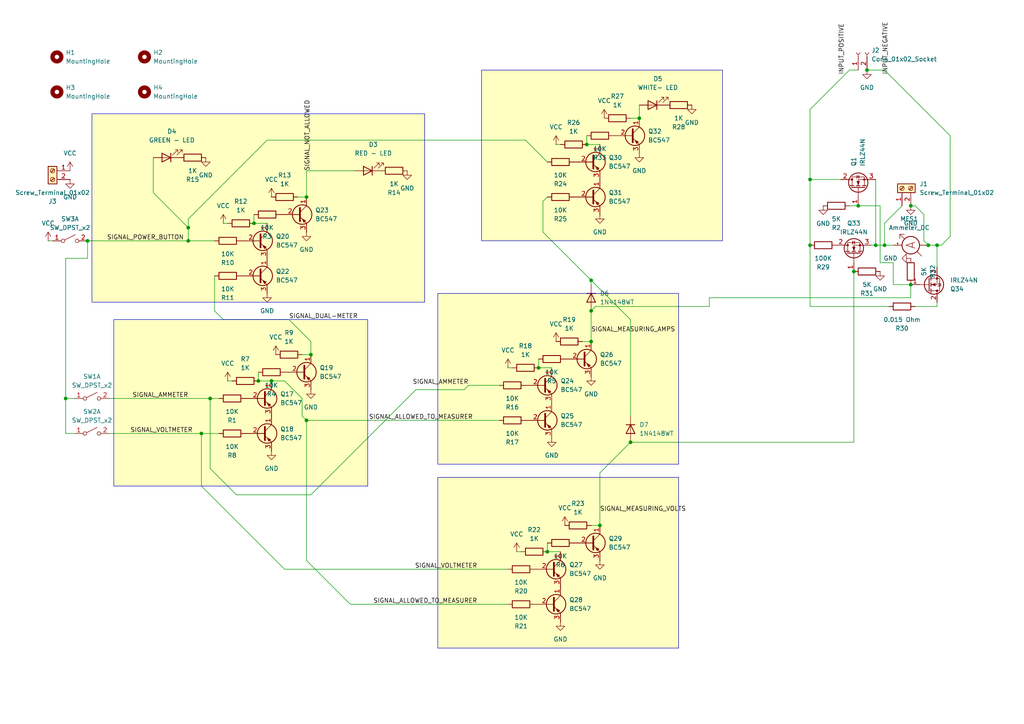
<source format=kicad_sch>
(kicad_sch (version 20231120) (generator "eeschema") (generator_version "8.0")
  (paper "A4")
  (lib_symbols
    (symbol "Connector:Conn_01x02_Socket" (pin_names (offset 1.016) hide)
      (property "Reference" "J" (at 0 2.54 0))
      (property "Value" "Conn_01x02_Socket" (at 0 -5.08 0))
      (symbol "Conn_01x02_Socket_1_1"
        (arc (start 0 -2.032) (mid -0.5058 -2.54) (end 0 -3.048) (stroke (width 0.1524)))
        (polyline (pts (xy -1.27 -2.54) (xy -0.508 -2.54)) (stroke (width 0.1524)))
        (polyline (pts (xy -1.27 0) (xy -0.508 0)) (stroke (width 0.1524)))
        (arc (start 0 0.508) (mid -0.5058 0) (end 0 -0.508) (stroke (width 0.1524)))
        (pin passive line (at -5.08 0 0) (length 3.81) (name "Pin_1") (number "1"))
        (pin passive line (at -5.08 -2.54 0) (length 3.81) (name "Pin_2") (number "2"))
      )
    )
    (symbol "Connector:Screw_Terminal_01x02" (pin_names (offset 1.016) hide)
      (property "Reference" "J" (at 0 2.54 0))
      (property "Value" "Screw_Terminal_01x02" (at 0 -5.08 0))
      (symbol "Screw_Terminal_01x02_1_1"
        (rectangle (start -1.27 1.27) (end 1.27 -3.81) (stroke (width 0.254)) (fill (type background)))
        (circle (center 0 -2.54) (radius 0.635) (stroke (width 0.1524)))
        (polyline (pts (xy -0.5334 -2.2098) (xy 0.3302 -3.048)) (stroke (width 0.1524)))
        (polyline (pts (xy -0.5334 0.3302) (xy 0.3302 -0.508)) (stroke (width 0.1524)))
        (polyline (pts (xy -0.3556 -2.032) (xy 0.508 -2.8702)) (stroke (width 0.1524)))
        (polyline (pts (xy -0.3556 0.508) (xy 0.508 -0.3302)) (stroke (width 0.1524)))
        (circle (center 0 0) (radius 0.635) (stroke (width 0.1524)))
        (pin passive line (at -5.08 0 0) (length 3.81) (name "Pin_1") (number "1"))
        (pin passive line (at -5.08 -2.54 0) (length 3.81) (name "Pin_2") (number "2"))
      )
    )
    (symbol "Device:Ammeter_DC" (pin_numbers hide) (pin_names (offset 0.0254) hide)
      (property "Reference" "MES" (at -3.302 1.016 0))
      (property "Value" "Ammeter_DC" (at -3.302 -0.762 0))
      (symbol "Ammeter_DC_0_0"
        (polyline (pts (xy -3.175 -3.175) (xy -1.905 -1.905)))
        (polyline (pts (xy 1.905 1.905) (xy 3.175 3.175)))
        (polyline (pts (xy 1.905 3.175) (xy 3.175 3.175) (xy 3.175 1.905)))
        (text "A" (at 0 0 0) (effects (font (size 2.54 2.54))))
      )
      (symbol "Ammeter_DC_0_1"
        (polyline (pts (xy 0.254 3.81) (xy 0.762 3.81)))
        (polyline (pts (xy 0.508 4.064) (xy 0.508 3.556)))
        (circle (center 0 0) (radius 2.54) (stroke (width 0.254)))
      )
      (symbol "Ammeter_DC_1_1"
        (pin passive line (at 0 -5.08 90) (length 2.54) (name "-") (number "1"))
        (pin passive line (at 0 5.08 270) (length 2.54) (name "+") (number "2"))
      )
    )
    (symbol "Device:LED" (pin_numbers hide) (pin_names (offset 1.016) hide)
      (property "Reference" "D" (at 0 2.54 0))
      (property "Value" "LED" (at 0 -2.54 0))
      (symbol "LED_0_1"
        (polyline (pts (xy -1.27 -1.27) (xy -1.27 1.27)) (stroke (width 0.254)))
        (polyline (pts (xy -1.27 0) (xy 1.27 0)))
        (polyline (pts (xy 1.27 -1.27) (xy 1.27 1.27) (xy -1.27 0) (xy 1.27 -1.27)) (stroke (width 0.254)))
        (polyline (pts (xy -3.048 -0.762) (xy -4.572 -2.286) (xy -3.81 -2.286) (xy -4.572 -2.286) (xy -4.572 -1.524)))
        (polyline (pts (xy -1.778 -0.762) (xy -3.302 -2.286) (xy -2.54 -2.286) (xy -3.302 -2.286) (xy -3.302 -1.524)))
      )
      (symbol "LED_1_1"
        (pin passive line (at -3.81 0 0) (length 2.54) (name "K") (number "1"))
        (pin passive line (at 3.81 0 180) (length 2.54) (name "A") (number "2"))
      )
    )
    (symbol "Device:R" (pin_numbers hide) (pin_names (offset 0))
      (property "Reference" "R" (at 16.256 -3.048 90))
      (property "Value" "4.7" (at 0 0 90))
      (symbol "R_0_1"
        (rectangle (start -1.016 -2.54) (end 1.016 2.54) (stroke (width 0.254)))
      )
      (symbol "R_1_1"
        (pin passive line (at 0 3.81 270) (length 1.27) (name "~") (number "1"))
        (pin passive line (at 0 -3.81 90) (length 1.27) (name "~") (number "2"))
      )
    )
    (symbol "Diode:1N4148WT" (pin_numbers hide) (pin_names hide)
      (property "Reference" "D" (at 0 2.54 0))
      (property "Value" "1N4148WT" (at 0 -2.54 0))
      (symbol "1N4148WT_0_1"
        (polyline (pts (xy -1.27 1.27) (xy -1.27 -1.27)) (stroke (width 0.254)))
        (polyline (pts (xy 1.27 0) (xy -1.27 0)))
        (polyline (pts (xy 1.27 1.27) (xy 1.27 -1.27) (xy -1.27 0) (xy 1.27 1.27)) (stroke (width 0.254)))
      )
      (symbol "1N4148WT_1_1"
        (pin passive line (at -3.81 0 0) (length 2.54) (name "K") (number "1"))
        (pin passive line (at 3.81 0 180) (length 2.54) (name "A") (number "2"))
      )
    )
    (symbol "Mechanical:MountingHole" (pin_names (offset 1.016)) (exclude_from_sim yes) (in_bom no)
      (property "Reference" "H" (at 0 5.08 0))
      (property "Value" "MountingHole" (at 0 3.175 0))
      (symbol "MountingHole_0_1"
        (circle (center 0 0) (radius 1.27) (stroke (width 1.27)))
      )
    )
    (symbol "Switch:SW_DPST_x2" (pin_names (offset 0) hide)
      (property "Reference" "SW" (at 0 3.175 0))
      (property "Value" "SW_DPST_x2" (at 0 -2.54 0))
      (symbol "SW_DPST_x2_0_0"
        (circle (center -2.032 0) (radius 0.508))
        (polyline (pts (xy -1.524 0.254) (xy 1.524 1.778)))
        (circle (center 2.032 0) (radius 0.508))
      )
      (symbol "SW_DPST_x2_1_1"
        (pin passive line (at -5.08 0 0) (length 2.54) (name "A") (number "1"))
        (pin passive line (at 5.08 0 180) (length 2.54) (name "B") (number "2"))
      )
      (symbol "SW_DPST_x2_2_1"
        (pin passive line (at -5.08 0 0) (length 2.54) (name "A") (number "3"))
        (pin passive line (at 5.08 0 180) (length 2.54) (name "B") (number "4"))
      )
    )
    (symbol "Transistor_BJT:BC557" (pin_names (offset 0) hide)
      (property "Reference" "Q" (at 5.08 1.905 0))
      (property "Value" "BC557" (at 5.08 0 0))
      (symbol "BC557_0_1"
        (polyline (pts (xy 0.635 0.635) (xy 2.54 2.54)))
        (polyline (pts (xy 0.635 -0.635) (xy 2.54 -2.54) (xy 2.54 -2.54)))
        (polyline (pts (xy 0.635 1.905) (xy 0.635 -1.905) (xy 0.635 -1.905)) (stroke (width 0.508)))
        (polyline (pts (xy 2.286 -1.778) (xy 1.778 -2.286) (xy 1.27 -1.27) (xy 2.286 -1.778) (xy 2.286 -1.778)) (fill (type outline)))
        (circle (center 1.27 0) (radius 2.8194) (stroke (width 0.254)))
      )
      (symbol "BC557_1_1"
        (pin passive line (at 2.54 5.08 270) (length 2.54) (name "C") (number "1"))
        (pin input line (at -5.08 0 0) (length 5.715) (name "B") (number "2"))
        (pin passive line (at 2.54 -5.08 90) (length 2.54) (name "E") (number "3"))
      )
    )
    (symbol "Transistor_FET:IRLZ44N" (pin_names hide)
      (property "Reference" "Q" (at 5.08 1.905 0))
      (property "Value" "IRLZ44N" (at 5.08 0 0))
      (symbol "IRLZ44N_0_1"
        (polyline (pts (xy 0.254 0) (xy -2.54 0)))
        (polyline (pts (xy 0.254 1.905) (xy 0.254 -1.905)) (stroke (width 0.254)))
        (polyline (pts (xy 0.762 -1.27) (xy 0.762 -2.286)) (stroke (width 0.254)))
        (polyline (pts (xy 0.762 0.508) (xy 0.762 -0.508)) (stroke (width 0.254)))
        (polyline (pts (xy 0.762 2.286) (xy 0.762 1.27)) (stroke (width 0.254)))
        (polyline (pts (xy 2.54 2.54) (xy 2.54 1.778)))
        (polyline (pts (xy 2.54 -2.54) (xy 2.54 0) (xy 0.762 0)))
        (polyline (pts (xy 0.762 -1.778) (xy 3.302 -1.778) (xy 3.302 1.778) (xy 0.762 1.778)))
        (polyline (pts (xy 1.016 0) (xy 2.032 0.381) (xy 2.032 -0.381) (xy 1.016 0)) (fill (type outline)))
        (polyline (pts (xy 2.794 0.508) (xy 2.921 0.381) (xy 3.683 0.381) (xy 3.81 0.254)))
        (polyline (pts (xy 3.302 0.381) (xy 2.921 -0.254) (xy 3.683 -0.254) (xy 3.302 0.381)))
        (circle (center 1.651 0) (radius 2.794) (stroke (width 0.254)))
        (circle (center 2.54 -1.778) (radius 0.254) (fill (type outline)))
        (circle (center 2.54 1.778) (radius 0.254) (fill (type outline)))
      )
      (symbol "IRLZ44N_1_1"
        (pin input line (at -5.08 0 0) (length 2.54) (name "G") (number "1"))
        (pin passive line (at 2.54 5.08 270) (length 2.54) (name "D") (number "2"))
        (pin passive line (at 2.54 -5.08 90) (length 2.54) (name "S") (number "3"))
      )
    )
    (symbol "power:GND" (power) (pin_numbers hide) (pin_names (offset 0) hide)
      (property "Value" "GND" (at 0 -3.81 0))
      (symbol "GND_0_1"
        (polyline (pts (xy 0 0) (xy 0 -1.27) (xy 1.27 -1.27) (xy 0 -2.54) (xy -1.27 -1.27) (xy 0 -1.27)))
      )
      (symbol "GND_1_1"
        (pin power_in line (at 0 0 270) (length 0) (name "~") (number "1"))
      )
    )
    (symbol "power:VCC" (power) (pin_numbers hide) (pin_names (offset 0) hide)
      (property "Value" "VCC" (at 0 3.556 0))
      (symbol "VCC_0_1"
        (polyline (pts (xy -0.762 1.27) (xy 0 2.54)))
        (polyline (pts (xy 0 0) (xy 0 2.54)))
        (polyline (pts (xy 0 2.54) (xy 0.762 1.27)))
      )
      (symbol "VCC_1_1"
        (pin power_in line (at 0 0 90) (length 0) (name "~") (number "1"))
      )
    )
  )
  (junction (at 254 71.12))
  (junction (at 264.16 82.55))
  (junction (at 58.42 125.73))
  (junction (at 234.95 52.07))
  (junction (at 60.96 115.57))
  (junction (at 74.93 110.49))
  (junction (at 256.54 71.12))
  (junction (at 171.45 81.28))
  (junction (at 158.75 160.02))
  (junction (at 247.65 78.74))
  (junction (at 264.16 59.69))
  (junction (at 251.46 20.32))
  (junction (at 78.74 110.49))
  (junction (at 73.66 64.77))
  (junction (at 171.45 90.17))
  (junction (at 25.4 69.85))
  (junction (at 54.61 69.85))
  (junction (at 54.61 66.04))
  (junction (at 271.78 71.12))
  (junction (at 156.21 106.68))
  (junction (at 171.45 99.06))
  (junction (at 88.9 121.92))
  (junction (at 173.99 152.4))
  (junction (at 170.18 41.91))
  (junction (at 19.05 115.57))
  (junction (at 88.9 57.15))
  (junction (at 90.17 102.87))
  (junction (at 248.92 59.69))
  (junction (at 269.24 71.12))
  (junction (at 182.88 128.27))
  (junction (at 234.95 71.12))
  (junction (at 185.42 34.29))
  (wire (pts (xy 273.05 71.12) (xy 275.59 68.58)))
  (wire (pts (xy 101.6 175.26) (xy 147.32 175.26)))
  (wire (pts (xy 73.66 64.77) (xy 77.47 64.77)))
  (wire (pts (xy 171.45 90.17) (xy 171.45 99.06)))
  (wire (pts (xy 171.45 81.28) (xy 171.45 82.55)))
  (wire (pts (xy 265.43 59.69) (xy 267.97 62.23)))
  (wire (pts (xy 60.96 115.57) (xy 60.96 135.89)))
  (wire (pts (xy 120.65 113.03) (xy 134.62 113.03)))
  (wire (pts (xy 44.45 45.72) (xy 44.45 55.88)))
  (wire (pts (xy 185.42 30.48) (xy 185.42 34.29)))
  (wire (pts (xy 248.92 20.32) (xy 246.38 20.32)))
  (wire (pts (xy 90.17 143.51) (xy 120.65 113.03)))
  (wire (pts (xy 77.47 40.64) (xy 152.4 40.64)))
  (wire (pts (xy 82.55 165.1) (xy 58.42 140.97)))
  (wire (pts (xy 252.73 71.12) (xy 254 71.12)))
  (wire (pts (xy 87.63 102.87) (xy 90.17 102.87)))
  (wire (pts (xy 264.16 86.36) (xy 264.16 82.55)))
  (wire (pts (xy 19.05 74.93) (xy 25.4 74.93)))
  (wire (pts (xy 25.4 69.85) (xy 54.61 69.85)))
  (wire (pts (xy 134.62 113.03) (xy 135.89 111.76)))
  (wire (pts (xy 31.75 125.73) (xy 58.42 125.73)))
  (wire (pts (xy 182.88 34.29) (xy 185.42 34.29)))
  (wire (pts (xy 82.55 165.1) (xy 147.32 165.1)))
  (wire (pts (xy 88.9 162.56) (xy 101.6 175.26)))
  (wire (pts (xy 234.95 52.07) (xy 234.95 31.75)))
  (wire (pts (xy 275.59 68.58) (xy 275.59 39.37)))
  (wire (pts (xy 246.38 59.69) (xy 248.92 59.69)))
  (wire (pts (xy 58.42 125.73) (xy 58.42 140.97)))
  (wire (pts (xy 19.05 125.73) (xy 19.05 115.57)))
  (wire (pts (xy 151.13 160.02) (xy 149.86 160.02)))
  (wire (pts (xy 255.27 76.2) (xy 255.27 59.69)))
  (wire (pts (xy 54.61 66.04) (xy 54.61 69.85)))
  (wire (pts (xy 256.54 20.32) (xy 275.59 39.37)))
  (wire (pts (xy 74.93 107.95) (xy 74.93 110.49)))
  (wire (pts (xy 170.18 41.91) (xy 173.99 41.91)))
  (wire (pts (xy 205.74 88.9) (xy 172.72 88.9)))
  (wire (pts (xy 234.95 71.12) (xy 234.95 88.9)))
  (wire (pts (xy 168.91 99.06) (xy 171.45 99.06)))
  (wire (pts (xy 234.95 52.07) (xy 243.84 52.07)))
  (wire (pts (xy 254 71.12) (xy 256.54 71.12)))
  (wire (pts (xy 156.21 106.68) (xy 160.02 106.68)))
  (wire (pts (xy 234.95 88.9) (xy 257.81 88.9)))
  (wire (pts (xy 88.9 49.53) (xy 102.87 49.53)))
  (wire (pts (xy 157.48 58.42) (xy 158.75 57.15)))
  (wire (pts (xy 182.88 92.71) (xy 182.88 120.65)))
  (wire (pts (xy 78.74 110.49) (xy 82.55 110.49)))
  (wire (pts (xy 87.63 120.65) (xy 88.9 121.92)))
  (wire (pts (xy 82.55 110.49) (xy 87.63 115.57)))
  (wire (pts (xy 182.88 128.27) (xy 247.65 128.27)))
  (wire (pts (xy 73.66 62.23) (xy 73.66 64.77)))
  (wire (pts (xy 254 52.07) (xy 254 71.12)))
  (wire (pts (xy 54.61 66.04) (xy 54.61 63.5)))
  (wire (pts (xy 173.99 137.16) (xy 182.88 128.27)))
  (wire (pts (xy 247.65 128.27) (xy 247.65 78.74)))
  (wire (pts (xy 251.46 20.32) (xy 256.54 20.32)))
  (wire (pts (xy 256.54 71.12) (xy 259.08 71.12)))
  (wire (pts (xy 87.63 115.57) (xy 87.63 120.65)))
  (wire (pts (xy 162.56 41.91) (xy 161.29 41.91)))
  (wire (pts (xy 255.27 59.69) (xy 248.92 59.69)))
  (wire (pts (xy 157.48 67.31) (xy 171.45 81.28)))
  (wire (pts (xy 19.05 115.57) (xy 21.59 115.57)))
  (wire (pts (xy 88.9 49.53) (xy 88.9 57.15)))
  (wire (pts (xy 68.58 143.51) (xy 90.17 143.51)))
  (wire (pts (xy 60.96 135.89) (xy 68.58 143.51)))
  (wire (pts (xy 171.45 152.4) (xy 173.99 152.4)))
  (wire (pts (xy 54.61 63.5) (xy 77.47 40.64)))
  (wire (pts (xy 60.96 115.57) (xy 63.5 115.57)))
  (wire (pts (xy 13.97 69.85) (xy 15.24 69.85)))
  (wire (pts (xy 156.21 104.14) (xy 156.21 106.68)))
  (wire (pts (xy 135.89 111.76) (xy 144.78 111.76)))
  (wire (pts (xy 90.17 99.06) (xy 83.82 92.71)))
  (wire (pts (xy 271.78 87.63) (xy 271.78 88.9)))
  (wire (pts (xy 66.04 64.77) (xy 64.77 64.77)))
  (wire (pts (xy 205.74 88.9) (xy 205.74 86.36)))
  (wire (pts (xy 205.74 86.36) (xy 264.16 86.36)))
  (wire (pts (xy 173.99 137.16) (xy 173.99 152.4)))
  (wire (pts (xy 259.08 82.55) (xy 259.08 76.2)))
  (wire (pts (xy 44.45 55.88) (xy 54.61 66.04)))
  (wire (pts (xy 170.18 39.37) (xy 170.18 41.91)))
  (wire (pts (xy 271.78 71.12) (xy 273.05 71.12)))
  (wire (pts (xy 158.75 160.02) (xy 162.56 160.02)))
  (wire (pts (xy 25.4 74.93) (xy 25.4 69.85)))
  (wire (pts (xy 88.9 121.92) (xy 144.78 121.92)))
  (wire (pts (xy 88.9 121.92) (xy 88.9 162.56)))
  (wire (pts (xy 256.54 64.77) (xy 256.54 71.12)))
  (wire (pts (xy 19.05 125.73) (xy 21.59 125.73)))
  (wire (pts (xy 74.93 110.49) (xy 78.74 110.49)))
  (wire (pts (xy 171.45 81.28) (xy 182.88 92.71)))
  (wire (pts (xy 172.72 88.9) (xy 171.45 90.17)))
  (wire (pts (xy 259.08 76.2) (xy 255.27 76.2)))
  (wire (pts (xy 31.75 115.57) (xy 60.96 115.57)))
  (wire (pts (xy 90.17 99.06) (xy 90.17 102.87)))
  (wire (pts (xy 62.23 80.01) (xy 62.23 90.17)))
  (wire (pts (xy 267.97 62.23) (xy 267.97 69.85)))
  (wire (pts (xy 58.42 125.73) (xy 63.5 125.73)))
  (wire (pts (xy 157.48 67.31) (xy 157.48 58.42)))
  (wire (pts (xy 86.36 57.15) (xy 88.9 57.15)))
  (wire (pts (xy 234.95 71.12) (xy 234.95 52.07)))
  (wire (pts (xy 19.05 115.57) (xy 19.05 74.93)))
  (wire (pts (xy 265.43 88.9) (xy 271.78 88.9)))
  (wire (pts (xy 158.75 157.48) (xy 158.75 160.02)))
  (wire (pts (xy 152.4 40.64) (xy 158.75 46.99)))
  (wire (pts (xy 83.82 92.71) (xy 64.77 92.71)))
  (wire (pts (xy 267.97 69.85) (xy 269.24 71.12)))
  (wire (pts (xy 64.77 92.71) (xy 62.23 90.17)))
  (wire (pts (xy 67.31 110.49) (xy 66.04 110.49)))
  (wire (pts (xy 264.16 59.69) (xy 265.43 59.69)))
  (wire (pts (xy 271.78 71.12) (xy 271.78 77.47)))
  (wire (pts (xy 148.59 106.68) (xy 147.32 106.68)))
  (wire (pts (xy 261.62 59.69) (xy 256.54 64.77)))
  (wire (pts (xy 54.61 69.85) (xy 62.23 69.85)))
  (wire (pts (xy 269.24 71.12) (xy 271.78 71.12)))
  (wire (pts (xy 264.16 82.55) (xy 259.08 82.55)))
  (wire (pts (xy 234.95 31.75) (xy 246.38 20.32)))
  (rectangle (start 127 138.43) (end 196.85 187.96) (fill (type color) (color 255 255 194 1)))
  (rectangle (start 139.7 20.32) (end 209.55 69.85) (fill (type color) (color 255 255 194 1)))
  (rectangle (start 26.67 33.02) (end 123.19 87.63) (fill (type color) (color 255 255 194 1)))
  (rectangle (start 33.02 92.71) (end 106.68 140.97) (fill (type color) (color 255 255 194 1)))
  (rectangle (start 127 85.09) (end 196.85 134.62) (fill (type color) (color 255 255 194 1)))
  (label "INPUT_NEGATIVE" (at 257.81 21.59 90))
  (label "SIGNAL_VOLTMETER" (at 55.88 125.73 180))
  (label "SIGNAL_VOLTMETER" (at 138.43 165.1 180))
  (label "INPUT_POSITIVE" (at 245.11 21.59 90))
  (label "SIGNAL_DUAL-METER" (at 83.82 92.71 0))
  (label "SIGNAL_POWER_BUTTON" (at 53.34 69.85 180))
  (label "SIGNAL_AMMETER" (at 135.89 111.76 180))
  (label "SIGNAL_NOT_ALLOWED" (at 90.17 49.53 90))
  (label "SIGNAL_ALLOWED_TO_MEASURER" (at 137.16 121.92 180))
  (label "SIGNAL_MEASURING_AMPS" (at 171.45 96.52 0))
  (label "SIGNAL_AMMETER" (at 54.61 115.57 180))
  (label "SIGNAL_ALLOWED_TO_MEASURER" (at 138.43 175.26 180))
  (label "SIGNAL_MEASURING_VOLTS" (at 173.99 148.59 0))
  (symbol (lib_id "Device:R") (at 179.07 34.29 90) (mirror x) (unit 1)
    (property "Reference" "R27" (at 179.07 27.94 90))
    (property "Value" "1K" (at 179.07 30.48 90))
    (property "Footprint" "Resistor_THT:R_Axial_DIN0309_L9.0mm_D3.2mm_P2.54mm_Vertical" (effects (hide yes)))
    (property "Description" "Resistor" (effects (hide yes)))
  )
  (symbol (lib_id "Switch:SW_DPST_x2") (at 26.67 115.57 0) (unit 1)
    (property "Reference" "SW1" (at 26.67 109.22 0))
    (property "Value" "SW_DPST_x2" (at 26.67 111.76 0))
    (property "Footprint" "Button_Switch_THT:SW_DIP_SPSTx01_Piano_10.8x4.1mm_W7.62mm_P2.54mm" (effects (hide yes)))
    (property "Description" "Single Pole Single Throw (SPST) switch, separate symbol" (effects (hide yes)))
  )
  (symbol (lib_id "Device:R") (at 82.55 57.15 90) (mirror x) (unit 1)
    (property "Reference" "R13" (at 82.55 50.8 90))
    (property "Value" "1K" (at 82.55 53.34 90))
    (property "Footprint" "Resistor_THT:R_Axial_DIN0309_L9.0mm_D3.2mm_P2.54mm_Vertical" (effects (hide yes)))
    (property "Description" "Resistor" (effects (hide yes)))
  )
  (symbol (lib_id "power:VCC") (at 13.97 69.85 0) (unit 1)
    (property "Reference" "#PWR05" (effects (hide yes)))
    (property "Value" "VCC" (at 13.97 64.77 0))
    (property "Description" "Power symbol creates a global label with name \"VCC\"" (effects (hide yes)))
  )
  (symbol (lib_id "Device:R") (at 78.74 107.95 90) (unit 1)
    (property "Reference" "R4" (at 78.74 114.3 90))
    (property "Value" "10K" (at 78.74 111.76 90))
    (property "Footprint" "Resistor_THT:R_Axial_DIN0309_L9.0mm_D3.2mm_P2.54mm_Vertical" (effects (hide yes)))
    (property "Description" "Resistor" (effects (hide yes)))
  )
  (symbol (lib_id "power:VCC") (at 149.86 160.02 0) (unit 1)
    (property "Reference" "#PWR028" (effects (hide yes)))
    (property "Value" "VCC" (at 149.86 154.94 0))
    (property "Description" "Power symbol creates a global label with name \"VCC\"" (effects (hide yes)))
  )
  (symbol (lib_id "Device:R") (at 160.02 104.14 90) (unit 1)
    (property "Reference" "R5" (at 160.02 110.49 90))
    (property "Value" "10K" (at 160.02 107.95 90))
    (property "Footprint" "Resistor_THT:R_Axial_DIN0309_L9.0mm_D3.2mm_P2.54mm_Vertical" (effects (hide yes)))
    (property "Description" "Resistor" (effects (hide yes)))
  )
  (symbol (lib_id "power:GND") (at 171.45 109.22 0) (unit 1)
    (property "Reference" "#PWR027" (effects (hide yes)))
    (property "Value" "GND" (at 171.45 114.3 0))
    (property "Description" "Power symbol creates a global label with name \"GND\" , ground" (effects (hide yes)))
  )
  (symbol (lib_id "power:GND") (at 59.69 45.72 0) (unit 1)
    (property "Reference" "#PWR023" (effects (hide yes)))
    (property "Value" "GND" (at 59.69 50.8 0))
    (property "Description" "Power symbol creates a global label with name \"GND\" , ground" (effects (hide yes)))
  )
  (symbol (lib_id "Device:R") (at 151.13 165.1 90) (unit 1)
    (property "Reference" "R20" (at 151.13 171.45 90))
    (property "Value" "10K" (at 151.13 168.91 90))
    (property "Footprint" "Resistor_THT:R_Axial_DIN0309_L9.0mm_D3.2mm_P2.54mm_Vertical" (effects (hide yes)))
    (property "Description" "Resistor" (effects (hide yes)))
  )
  (symbol (lib_id "Device:R") (at 77.47 62.23 90) (unit 1)
    (property "Reference" "R3" (at 77.47 68.58 90))
    (property "Value" "10K" (at 77.47 66.04 90))
    (property "Footprint" "Resistor_THT:R_Axial_DIN0309_L9.0mm_D3.2mm_P2.54mm_Vertical" (effects (hide yes)))
    (property "Description" "Resistor" (effects (hide yes)))
  )
  (symbol (lib_id "Mechanical:MountingHole") (at 41.91 26.67 0) (unit 1) (exclude_from_sim yes) (in_bom no)
    (property "Reference" "H4" (at 44.45 25.3999 0) (effects (justify left)))
    (property "Value" "MountingHole" (at 44.45 27.9399 0) (effects (justify left)))
    (property "Footprint" "MountingHole:MountingHole_3.2mm_M3" (effects (hide yes)))
    (property "Description" "Mounting Hole without connection" (effects (hide yes)))
  )
  (symbol (lib_id "Transistor_BJT:BC557") (at 76.2 115.57 0) (unit 1)
    (property "Reference" "Q17" (at 81.28 114.2999 0) (effects (justify left)))
    (property "Value" "BC547" (at 81.28 116.8399 0) (effects (justify left)))
    (property "Footprint" "Package_TO_SOT_THT:TO-92_Inline" (effects (hide yes)))
    (property "Datasheet" "https://www.onsemi.com/pub/Collateral/BC556BTA-D.pdf" (effects (hide yes)))
    (property "Description" "0.1A Ic, 45V Vce, PNP Small Signal Transistor, TO-92" (effects (hide yes)))
  )
  (symbol (lib_id "power:VCC") (at 66.04 110.49 0) (unit 1)
    (property "Reference" "#PWR01" (effects (hide yes)))
    (property "Value" "VCC" (at 66.04 105.41 0))
    (property "Description" "Power symbol creates a global label with name \"VCC\"" (effects (hide yes)))
  )
  (symbol (lib_id "power:GND") (at 264.16 74.93 270) (unit 1)
    (property "Reference" "#PWR038" (effects (hide yes)))
    (property "Value" "GND" (at 260.35 74.9299 90) (effects (justify right)))
    (property "Description" "Power symbol creates a global label with name \"GND\" , ground" (effects (hide yes)))
  )
  (symbol (lib_id "Transistor_BJT:BC557") (at 74.93 80.01 0) (unit 1)
    (property "Reference" "Q22" (at 80.01 78.7399 0) (effects (justify left)))
    (property "Value" "BC547" (at 80.01 81.2799 0) (effects (justify left)))
    (property "Footprint" "Package_TO_SOT_THT:TO-92_Inline" (effects (hide yes)))
    (property "Datasheet" "https://www.onsemi.com/pub/Collateral/BC556BTA-D.pdf" (effects (hide yes)))
    (property "Description" "0.1A Ic, 45V Vce, PNP Small Signal Transistor, TO-92" (effects (hide yes)))
  )
  (symbol (lib_id "Transistor_FET:IRLZ44N") (at 247.65 73.66 90) (unit 1)
    (property "Reference" "Q33" (at 247.65 64.77 90))
    (property "Value" "IRLZ44N" (at 247.65 67.31 90))
    (property "Footprint" "Package_TO_SOT_THT:TO-220-3_Vertical" (effects (hide yes)))
    (property "Datasheet" "http://www.irf.com/product-info/datasheets/data/irlz44n.pdf" (effects (hide yes)))
    (property "Description" "47A Id, 55V Vds, 22mOhm Rds Single N-Channel HEXFET Power MOSFET, TO-220AB" (effects (hide yes)))
  )
  (symbol (lib_id "Device:R") (at 242.57 59.69 270) (mirror x) (unit 1)
    (property "Reference" "R2" (at 242.57 66.04 90))
    (property "Value" "5K" (at 242.57 63.5 90))
    (property "Footprint" "Resistor_THT:R_Axial_DIN0309_L9.0mm_D3.2mm_P2.54mm_Vertical" (effects (hide yes)))
    (property "Description" "Resistor" (effects (hide yes)))
  )
  (symbol (lib_id "Transistor_FET:IRLZ44N") (at 248.92 54.61 90) (unit 1)
    (property "Reference" "Q1" (at 247.6499 48.26 0) (effects (justify left)))
    (property "Value" "IRLZ44N" (at 250.1899 48.26 0) (effects (justify left)))
    (property "Footprint" "Package_TO_SOT_THT:TO-220-3_Vertical" (effects (hide yes)))
    (property "Datasheet" "http://www.irf.com/product-info/datasheets/data/irlz44n.pdf" (effects (hide yes)))
    (property "Description" "47A Id, 55V Vds, 22mOhm Rds Single N-Channel HEXFET Power MOSFET, TO-220AB" (effects (hide yes)))
  )
  (symbol (lib_id "Device:LED") (at 106.68 49.53 180) (unit 1)
    (property "Reference" "D3" (at 108.2675 41.91 0))
    (property "Value" "RED - LED" (at 108.2675 44.45 0))
    (property "Footprint" "LED_THT:LED_D1.8mm_W3.3mm_H2.4mm" (effects (hide yes)))
    (property "Description" "Light emitting diode" (effects (hide yes)))
  )
  (symbol (lib_id "Mechanical:MountingHole") (at 16.51 26.67 0) (unit 1) (exclude_from_sim yes) (in_bom no)
    (property "Reference" "H3" (at 19.05 25.3999 0) (effects (justify left)))
    (property "Value" "MountingHole" (at 19.05 27.9399 0) (effects (justify left)))
    (property "Footprint" "MountingHole:MountingHole_3.2mm_M3" (effects (hide yes)))
    (property "Description" "Mounting Hole without connection" (effects (hide yes)))
  )
  (symbol (lib_id "Transistor_BJT:BC557") (at 87.63 107.95 0) (unit 1)
    (property "Reference" "Q19" (at 92.71 106.6799 0) (effects (justify left)))
    (property "Value" "BC547" (at 92.71 109.2199 0) (effects (justify left)))
    (property "Footprint" "Package_TO_SOT_THT:TO-92_Inline" (effects (hide yes)))
    (property "Datasheet" "https://www.onsemi.com/pub/Collateral/BC556BTA-D.pdf" (effects (hide yes)))
    (property "Description" "0.1A Ic, 45V Vce, PNP Small Signal Transistor, TO-92" (effects (hide yes)))
  )
  (symbol (lib_id "Device:R") (at 66.04 80.01 90) (unit 1)
    (property "Reference" "R11" (at 66.04 86.36 90))
    (property "Value" "10K" (at 66.04 83.82 90))
    (property "Footprint" "Resistor_THT:R_Axial_DIN0309_L9.0mm_D3.2mm_P2.54mm_Vertical" (effects (hide yes)))
    (property "Description" "Resistor" (effects (hide yes)))
  )
  (symbol (lib_id "power:VCC") (at 80.01 102.87 0) (unit 1)
    (property "Reference" "#PWR07" (effects (hide yes)))
    (property "Value" "VCC" (at 80.01 97.79 0))
    (property "Description" "Power symbol creates a global label with name \"VCC\"" (effects (hide yes)))
  )
  (symbol (lib_id "power:GND") (at 162.56 180.34 0) (unit 1)
    (property "Reference" "#PWR029" (effects (hide yes)))
    (property "Value" "GND" (at 162.56 185.42 0))
    (property "Description" "Power symbol creates a global label with name \"GND\" , ground" (effects (hide yes)))
  )
  (symbol (lib_id "power:GND") (at 118.11 49.53 0) (unit 1)
    (property "Reference" "#PWR022" (effects (hide yes)))
    (property "Value" "GND" (at 118.11 54.61 0))
    (property "Description" "Power symbol creates a global label with name \"GND\" , ground" (effects (hide yes)))
  )
  (symbol (lib_id "Device:R") (at 264.16 78.74 180) (unit 1)
    (property "Reference" "R32" (at 270.51 78.74 90))
    (property "Value" "5K" (at 267.97 78.74 90))
    (property "Footprint" "Resistor_THT:R_Axial_DIN0309_L9.0mm_D3.2mm_P2.54mm_Vertical" (effects (hide yes)))
    (property "Description" "Resistor" (effects (hide yes)))
  )
  (symbol (lib_id "Transistor_BJT:BC557") (at 182.88 39.37 0) (unit 1)
    (property "Reference" "Q32" (at 187.96 38.0999 0) (effects (justify left)))
    (property "Value" "BC547" (at 187.96 40.6399 0) (effects (justify left)))
    (property "Footprint" "Package_TO_SOT_THT:TO-92_Inline" (effects (hide yes)))
    (property "Datasheet" "https://www.onsemi.com/pub/Collateral/BC556BTA-D.pdf" (effects (hide yes)))
    (property "Description" "0.1A Ic, 45V Vce, PNP Small Signal Transistor, TO-92" (effects (hide yes)))
  )
  (symbol (lib_id "power:GND") (at 88.9 67.31 0) (unit 1)
    (property "Reference" "#PWR021" (effects (hide yes)))
    (property "Value" "GND" (at 88.9 72.39 0))
    (property "Description" "Power symbol creates a global label with name \"GND\" , ground" (effects (hide yes)))
  )
  (symbol (lib_id "Device:R") (at 114.3 49.53 90) (unit 1)
    (property "Reference" "R14" (at 114.3 55.88 90))
    (property "Value" "1K" (at 114.3 53.34 90))
    (property "Footprint" "Resistor_THT:R_Axial_DIN0309_L9.0mm_D3.2mm_P2.54mm_Vertical" (effects (hide yes)))
    (property "Description" "Resistor" (effects (hide yes)))
  )
  (symbol (lib_id "power:GND") (at 77.47 85.09 0) (unit 1)
    (property "Reference" "#PWR019" (effects (hide yes)))
    (property "Value" "GND" (at 77.47 90.17 0))
    (property "Description" "Power symbol creates a global label with name \"GND\" , ground" (effects (hide yes)))
  )
  (symbol (lib_id "Device:R") (at 67.31 125.73 90) (unit 1)
    (property "Reference" "R8" (at 67.31 132.08 90))
    (property "Value" "10K" (at 67.31 129.54 90))
    (property "Footprint" "Resistor_THT:R_Axial_DIN0309_L9.0mm_D3.2mm_P2.54mm_Vertical" (effects (hide yes)))
    (property "Description" "Resistor" (effects (hide yes)))
  )
  (symbol (lib_id "Transistor_BJT:BC557") (at 160.02 175.26 0) (unit 1)
    (property "Reference" "Q28" (at 165.1 173.9899 0) (effects (justify left)))
    (property "Value" "BC547" (at 165.1 176.5299 0) (effects (justify left)))
    (property "Footprint" "Package_TO_SOT_THT:TO-92_Inline" (effects (hide yes)))
    (property "Datasheet" "https://www.onsemi.com/pub/Collateral/BC556BTA-D.pdf" (effects (hide yes)))
    (property "Description" "0.1A Ic, 45V Vce, PNP Small Signal Transistor, TO-92" (effects (hide yes)))
  )
  (symbol (lib_id "Transistor_BJT:BC557") (at 74.93 69.85 0) (unit 1)
    (property "Reference" "Q20" (at 80.01 68.5799 0) (effects (justify left)))
    (property "Value" "BC547" (at 80.01 71.1199 0) (effects (justify left)))
    (property "Footprint" "Package_TO_SOT_THT:TO-92_Inline" (effects (hide yes)))
    (property "Datasheet" "https://www.onsemi.com/pub/Collateral/BC556BTA-D.pdf" (effects (hide yes)))
    (property "Description" "0.1A Ic, 45V Vce, PNP Small Signal Transistor, TO-92" (effects (hide yes)))
  )
  (symbol (lib_id "Switch:SW_DPST_x2") (at 20.32 69.85 0) (unit 1)
    (property "Reference" "SW3" (at 20.32 63.5 0))
    (property "Value" "SW_DPST_x2" (at 20.32 66.04 0))
    (property "Footprint" "Button_Switch_THT:SW_DIP_SPSTx01_Piano_10.8x4.1mm_W7.62mm_P2.54mm" (effects (hide yes)))
    (property "Description" "Single Pole Single Throw (SPST) switch, separate symbol" (effects (hide yes)))
  )
  (symbol (lib_id "Device:R") (at 261.62 88.9 90) (unit 1)
    (property "Reference" "R30" (at 261.62 95.25 90))
    (property "Value" "0.015 Ohm" (at 261.62 92.71 90))
    (property "Footprint" "Resistor_THT:R_Axial_DIN0309_L9.0mm_D3.2mm_P2.54mm_Vertical" (effects (hide yes)))
    (property "Description" "Resistor" (effects (hide yes)))
  )
  (symbol (lib_id "Device:R") (at 251.46 78.74 90) (unit 1)
    (property "Reference" "R31" (at 251.46 85.09 90))
    (property "Value" "5K" (at 251.46 82.55 90))
    (property "Footprint" "Resistor_THT:R_Axial_DIN0309_L9.0mm_D3.2mm_P2.54mm_Vertical" (effects (hide yes)))
    (property "Description" "Resistor" (effects (hide yes)))
  )
  (symbol (lib_id "Device:LED") (at 48.26 45.72 180) (unit 1)
    (property "Reference" "D4" (at 49.8475 38.1 0))
    (property "Value" "GREEN - LED" (at 49.8475 40.64 0))
    (property "Footprint" "LED_THT:LED_D1.8mm_W3.3mm_H2.4mm" (effects (hide yes)))
    (property "Description" "Light emitting diode" (effects (hide yes)))
  )
  (symbol (lib_id "Transistor_BJT:BC557") (at 160.02 165.1 0) (unit 1)
    (property "Reference" "Q27" (at 165.1 163.8299 0) (effects (justify left)))
    (property "Value" "BC547" (at 165.1 166.3699 0) (effects (justify left)))
    (property "Footprint" "Package_TO_SOT_THT:TO-92_Inline" (effects (hide yes)))
    (property "Datasheet" "https://www.onsemi.com/pub/Collateral/BC556BTA-D.pdf" (effects (hide yes)))
    (property "Description" "0.1A Ic, 45V Vce, PNP Small Signal Transistor, TO-92" (effects (hide yes)))
  )
  (symbol (lib_id "Device:R") (at 55.88 45.72 90) (unit 1)
    (property "Reference" "R15" (at 55.88 52.07 90))
    (property "Value" "1K" (at 55.88 49.53 90))
    (property "Footprint" "Resistor_THT:R_Axial_DIN0309_L9.0mm_D3.2mm_P2.54mm_Vertical" (effects (hide yes)))
    (property "Description" "Resistor" (effects (hide yes)))
  )
  (symbol (lib_id "power:GND") (at 185.42 44.45 0) (unit 1)
    (property "Reference" "#PWR035" (effects (hide yes)))
    (property "Value" "GND" (at 185.42 49.53 0))
    (property "Description" "Power symbol creates a global label with name \"GND\" , ground" (effects (hide yes)))
  )
  (symbol (lib_id "Device:R") (at 173.99 39.37 90) (unit 1)
    (property "Reference" "R33" (at 173.99 45.72 90))
    (property "Value" "10K" (at 173.99 43.18 90))
    (property "Footprint" "Resistor_THT:R_Axial_DIN0309_L9.0mm_D3.2mm_P2.54mm_Vertical" (effects (hide yes)))
    (property "Description" "Resistor" (effects (hide yes)))
  )
  (symbol (lib_id "power:VCC") (at 78.74 57.15 0) (unit 1)
    (property "Reference" "#PWR020" (effects (hide yes)))
    (property "Value" "VCC" (at 78.74 52.07 0))
    (property "Description" "Power symbol creates a global label with name \"VCC\"" (effects (hide yes)))
  )
  (symbol (lib_id "Transistor_BJT:BC557") (at 76.2 125.73 0) (unit 1)
    (property "Reference" "Q18" (at 81.28 124.4599 0) (effects (justify left)))
    (property "Value" "BC547" (at 81.28 126.9999 0) (effects (justify left)))
    (property "Footprint" "Package_TO_SOT_THT:TO-92_Inline" (effects (hide yes)))
    (property "Datasheet" "https://www.onsemi.com/pub/Collateral/BC556BTA-D.pdf" (effects (hide yes)))
    (property "Description" "0.1A Ic, 45V Vce, PNP Small Signal Transistor, TO-92" (effects (hide yes)))
  )
  (symbol (lib_id "power:GND") (at 238.76 59.69 0) (unit 1)
    (property "Reference" "#PWR06" (effects (hide yes)))
    (property "Value" "GND" (at 238.76 64.8317 0))
    (property "Description" "Power symbol creates a global label with name \"GND\" , ground" (effects (hide yes)))
  )
  (symbol (lib_id "Device:R") (at 166.37 41.91 90) (mirror x) (unit 1)
    (property "Reference" "R26" (at 166.37 35.56 90))
    (property "Value" "1K" (at 166.37 38.1 90))
    (property "Footprint" "Resistor_THT:R_Axial_DIN0309_L9.0mm_D3.2mm_P2.54mm_Vertical" (effects (hide yes)))
    (property "Description" "Resistor" (effects (hide yes)))
  )
  (symbol (lib_id "power:GND") (at 90.17 113.03 0) (unit 1)
    (property "Reference" "#PWR017" (effects (hide yes)))
    (property "Value" "GND" (at 90.17 118.11 0))
    (property "Description" "Power symbol creates a global label with name \"GND\" , ground" (effects (hide yes)))
  )
  (symbol (lib_id "power:VCC") (at 64.77 64.77 0) (unit 1)
    (property "Reference" "#PWR018" (effects (hide yes)))
    (property "Value" "VCC" (at 64.77 59.69 0))
    (property "Description" "Power symbol creates a global label with name \"VCC\"" (effects (hide yes)))
  )
  (symbol (lib_id "power:GND") (at 173.99 162.56 0) (unit 1)
    (property "Reference" "#PWR031" (effects (hide yes)))
    (property "Value" "GND" (at 173.99 167.64 0))
    (property "Description" "Power symbol creates a global label with name \"GND\" , ground" (effects (hide yes)))
  )
  (symbol (lib_id "power:GND") (at 160.02 127 0) (unit 1)
    (property "Reference" "#PWR025" (effects (hide yes)))
    (property "Value" "GND" (at 160.02 132.08 0))
    (property "Description" "Power symbol creates a global label with name \"GND\" , ground" (effects (hide yes)))
  )
  (symbol (lib_id "power:VCC") (at 161.29 99.06 0) (unit 1)
    (property "Reference" "#PWR026" (effects (hide yes)))
    (property "Value" "VCC" (at 161.29 93.98 0))
    (property "Description" "Power symbol creates a global label with name \"VCC\"" (effects (hide yes)))
  )
  (symbol (lib_id "power:GND") (at 264.16 59.69 0) (unit 1)
    (property "Reference" "#PWR03" (effects (hide yes)))
    (property "Value" "GND" (at 264.16 64.77 0))
    (property "Description" "Power symbol creates a global label with name \"GND\" , ground" (effects (hide yes)))
  )
  (symbol (lib_id "Device:R") (at 238.76 71.12 90) (unit 1)
    (property "Reference" "R29" (at 238.76 77.47 90))
    (property "Value" "100K" (at 238.76 74.93 90))
    (property "Footprint" "Resistor_THT:R_Axial_DIN0309_L9.0mm_D3.2mm_P2.54mm_Vertical" (effects (hide yes)))
    (property "Description" "Resistor" (effects (hide yes)))
  )
  (symbol (lib_id "power:GND") (at 200.66 30.48 0) (unit 1)
    (property "Reference" "#PWR036" (effects (hide yes)))
    (property "Value" "GND" (at 200.66 35.56 0))
    (property "Description" "Power symbol creates a global label with name \"GND\" , ground" (effects (hide yes)))
  )
  (symbol (lib_id "power:VCC") (at 163.83 152.4 0) (unit 1)
    (property "Reference" "#PWR030" (effects (hide yes)))
    (property "Value" "VCC" (at 163.83 147.32 0))
    (property "Description" "Power symbol creates a global label with name \"VCC\"" (effects (hide yes)))
  )
  (symbol (lib_id "Device:R") (at 196.85 30.48 90) (unit 1)
    (property "Reference" "R28" (at 196.85 36.83 90))
    (property "Value" "1K" (at 196.85 34.29 90))
    (property "Footprint" "Resistor_THT:R_Axial_DIN0309_L9.0mm_D3.2mm_P2.54mm_Vertical" (effects (hide yes)))
    (property "Description" "Resistor" (effects (hide yes)))
  )
  (symbol (lib_id "Transistor_BJT:BC557") (at 157.48 111.76 0) (unit 1)
    (property "Reference" "Q24" (at 162.56 110.4899 0) (effects (justify left)))
    (property "Value" "BC547" (at 162.56 113.0299 0) (effects (justify left)))
    (property "Footprint" "Package_TO_SOT_THT:TO-92_Inline" (effects (hide yes)))
    (property "Datasheet" "https://www.onsemi.com/pub/Collateral/BC556BTA-D.pdf" (effects (hide yes)))
    (property "Description" "0.1A Ic, 45V Vce, PNP Small Signal Transistor, TO-92" (effects (hide yes)))
  )
  (symbol (lib_id "Switch:SW_DPST_x2") (at 26.67 125.73 0) (unit 1)
    (property "Reference" "SW2" (at 26.67 119.38 0))
    (property "Value" "SW_DPST_x2" (at 26.67 121.92 0))
    (property "Footprint" "Button_Switch_THT:SW_DIP_SPSTx01_Piano_10.8x4.1mm_W7.62mm_P2.54mm" (effects (hide yes)))
    (property "Description" "Single Pole Single Throw (SPST) switch, separate symbol" (effects (hide yes)))
  )
  (symbol (lib_id "Device:R") (at 66.04 69.85 90) (unit 1)
    (property "Reference" "R10" (at 66.04 76.2 90))
    (property "Value" "10K" (at 66.04 73.66 90))
    (property "Footprint" "Resistor_THT:R_Axial_DIN0309_L9.0mm_D3.2mm_P2.54mm_Vertical" (effects (hide yes)))
    (property "Description" "Resistor" (effects (hide yes)))
  )
  (symbol (lib_id "power:VCC") (at 20.32 49.53 0) (unit 1)
    (property "Reference" "#PWR08" (effects (hide yes)))
    (property "Value" "VCC" (at 20.32 44.45 0))
    (property "Description" "Power symbol creates a global label with name \"VCC\"" (effects (hide yes)))
  )
  (symbol (lib_id "Transistor_BJT:BC557") (at 171.45 46.99 0) (unit 1)
    (property "Reference" "Q30" (at 176.53 45.7199 0) (effects (justify left)))
    (property "Value" "BC547" (at 176.53 48.2599 0) (effects (justify left)))
    (property "Footprint" "Package_TO_SOT_THT:TO-92_Inline" (effects (hide yes)))
    (property "Datasheet" "https://www.onsemi.com/pub/Collateral/BC556BTA-D.pdf" (effects (hide yes)))
    (property "Description" "0.1A Ic, 45V Vce, PNP Small Signal Transistor, TO-92" (effects (hide yes)))
  )
  (symbol (lib_id "power:VCC") (at 147.32 106.68 0) (unit 1)
    (property "Reference" "#PWR024" (effects (hide yes)))
    (property "Value" "VCC" (at 147.32 101.6 0))
    (property "Description" "Power symbol creates a global label with name \"VCC\"" (effects (hide yes)))
  )
  (symbol (lib_id "power:GND") (at 251.46 20.32 0) (unit 1)
    (property "Reference" "#PWR02" (effects (hide yes)))
    (property "Value" "GND" (at 251.46 25.4 0))
    (property "Description" "Power symbol creates a global label with name \"GND\" , ground" (effects (hide yes)))
  )
  (symbol (lib_id "power:VCC") (at 175.26 34.29 0) (unit 1)
    (property "Reference" "#PWR034" (effects (hide yes)))
    (property "Value" "VCC" (at 175.26 29.21 0))
    (property "Description" "Power symbol creates a global label with name \"VCC\"" (effects (hide yes)))
  )
  (symbol (lib_id "Device:R") (at 167.64 152.4 90) (mirror x) (unit 1)
    (property "Reference" "R23" (at 167.64 146.05 90))
    (property "Value" "1K" (at 167.64 148.59 90))
    (property "Footprint" "Resistor_THT:R_Axial_DIN0309_L9.0mm_D3.2mm_P2.54mm_Vertical" (effects (hide yes)))
    (property "Description" "Resistor" (effects (hide yes)))
  )
  (symbol (lib_id "Device:R") (at 71.12 110.49 90) (mirror x) (unit 1)
    (property "Reference" "R7" (at 71.12 104.14 90))
    (property "Value" "1K" (at 71.12 106.68 90))
    (property "Footprint" "Resistor_THT:R_Axial_DIN0309_L9.0mm_D3.2mm_P2.54mm_Vertical" (effects (hide yes)))
    (property "Description" "Resistor" (effects (hide yes)))
  )
  (symbol (lib_id "Diode:1N4148WT") (at 182.88 124.46 270) (unit 1)
    (property "Reference" "D7" (at 185.42 123.1899 90) (effects (justify left)))
    (property "Value" "1N4148WT" (at 185.42 125.7299 90) (effects (justify left)))
    (property "Footprint" "Diode_THT:D_5W_P12.70mm_Horizontal" (effects (hide yes)))
    (property "Datasheet" "https://www.diodes.com/assets/Datasheets/ds30396.pdf" (effects (hide yes)))
    (property "Description" "75V 0.15A Fast switching Diode, SOD-523" (effects (hide yes)))
    (property "Sim.Device" "D" (effects (hide yes)))
    (property "Sim.Pins" "1=K 2=A" (effects (hide yes)))
  )
  (symbol (lib_id "Device:R") (at 148.59 111.76 90) (unit 1)
    (property "Reference" "R16" (at 148.59 118.11 90))
    (property "Value" "10K" (at 148.59 115.57 90))
    (property "Footprint" "Resistor_THT:R_Axial_DIN0309_L9.0mm_D3.2mm_P2.54mm_Vertical" (effects (hide yes)))
    (property "Description" "Resistor" (effects (hide yes)))
  )
  (symbol (lib_id "Transistor_BJT:BC557") (at 168.91 104.14 0) (unit 1)
    (property "Reference" "Q26" (at 173.99 102.8699 0) (effects (justify left)))
    (property "Value" "BC547" (at 173.99 105.4099 0) (effects (justify left)))
    (property "Footprint" "Package_TO_SOT_THT:TO-92_Inline" (effects (hide yes)))
    (property "Datasheet" "https://www.onsemi.com/pub/Collateral/BC556BTA-D.pdf" (effects (hide yes)))
    (property "Description" "0.1A Ic, 45V Vce, PNP Small Signal Transistor, TO-92" (effects (hide yes)))
  )
  (symbol (lib_id "Device:R") (at 162.56 57.15 90) (unit 1)
    (property "Reference" "R25" (at 162.56 63.5 90))
    (property "Value" "10K" (at 162.56 60.96 90))
    (property "Footprint" "Resistor_THT:R_Axial_DIN0309_L9.0mm_D3.2mm_P2.54mm_Vertical" (effects (hide yes)))
    (property "Description" "Resistor" (effects (hide yes)))
  )
  (symbol (lib_id "power:GND") (at 255.27 78.74 0) (unit 1)
    (property "Reference" "#PWR037" (effects (hide yes)))
    (property "Value" "GND" (at 255.27 83.82 0))
    (property "Description" "Power symbol creates a global label with name \"GND\" , ground" (effects (hide yes)))
  )
  (symbol (lib_id "Device:R") (at 83.82 102.87 90) (mirror x) (unit 1)
    (property "Reference" "R9" (at 83.82 96.52 90))
    (property "Value" "1K" (at 83.82 99.06 90))
    (property "Footprint" "Resistor_THT:R_Axial_DIN0309_L9.0mm_D3.2mm_P2.54mm_Vertical" (effects (hide yes)))
    (property "Description" "Resistor" (effects (hide yes)))
  )
  (symbol (lib_id "power:VCC") (at 161.29 41.91 0) (unit 1)
    (property "Reference" "#PWR032" (effects (hide yes)))
    (property "Value" "VCC" (at 161.29 36.83 0))
    (property "Description" "Power symbol creates a global label with name \"VCC\"" (effects (hide yes)))
  )
  (symbol (lib_id "Transistor_FET:IRLZ44N") (at 269.24 82.55 0) (mirror x) (unit 1)
    (property "Reference" "Q34" (at 275.59 83.8201 0) (effects (justify left)))
    (property "Value" "IRLZ44N" (at 275.59 81.2801 0) (effects (justify left)))
    (property "Footprint" "Package_TO_SOT_THT:TO-220-3_Vertical" (effects (hide yes)))
    (property "Datasheet" "http://www.irf.com/product-info/datasheets/data/irlz44n.pdf" (effects (hide yes)))
    (property "Description" "47A Id, 55V Vds, 22mOhm Rds Single N-Channel HEXFET Power MOSFET, TO-220AB" (effects (hide yes)))
  )
  (symbol (lib_id "Device:Ammeter_DC") (at 264.16 71.12 90) (unit 1)
    (property "Reference" "MES1" (at 263.7155 63.5 90))
    (property "Value" "Ammeter_DC" (at 263.7155 66.04 90))
    (property "Description" "DC ammeter" (effects (hide yes)))
  )
  (symbol (lib_id "Diode:1N4148WT") (at 171.45 86.36 270) (unit 1)
    (property "Reference" "D6" (at 173.99 85.0899 90) (effects (justify left)))
    (property "Value" "1N4148WT" (at 173.99 87.6299 90) (effects (justify left)))
    (property "Footprint" "Diode_THT:D_5W_P12.70mm_Horizontal" (effects (hide yes)))
    (property "Datasheet" "https://www.diodes.com/assets/Datasheets/ds30396.pdf" (effects (hide yes)))
    (property "Description" "75V 0.15A Fast switching Diode, SOD-523" (effects (hide yes)))
    (property "Sim.Device" "D" (effects (hide yes)))
    (property "Sim.Pins" "1=K 2=A" (effects (hide yes)))
  )
  (symbol (lib_id "power:GND") (at 78.74 130.81 0) (unit 1)
    (property "Reference" "#PWR04" (effects (hide yes)))
    (property "Value" "GND" (at 78.74 135.89 0))
    (property "Description" "Power symbol creates a global label with name \"GND\" , ground" (effects (hide yes)))
  )
  (symbol (lib_id "Device:R") (at 69.85 64.77 90) (mirror x) (unit 1)
    (property "Reference" "R12" (at 69.85 58.42 90))
    (property "Value" "1K" (at 69.85 60.96 90))
    (property "Footprint" "Resistor_THT:R_Axial_DIN0309_L9.0mm_D3.2mm_P2.54mm_Vertical" (effects (hide yes)))
    (property "Description" "Resistor" (effects (hide yes)))
  )
  (symbol (lib_id "power:GND") (at 173.99 62.23 0) (unit 1)
    (property "Reference" "#PWR033" (effects (hide yes)))
    (property "Value" "GND" (at 173.99 67.31 0))
    (property "Description" "Power symbol creates a global label with name \"GND\" , ground" (effects (hide yes)))
  )
  (symbol (lib_id "power:GND") (at 20.32 52.07 0) (unit 1)
    (property "Reference" "#PWR09" (effects (hide yes)))
    (property "Value" "GND" (at 20.32 57.15 0))
    (property "Description" "Power symbol creates a global label with name \"GND\" , ground" (effects (hide yes)))
  )
  (symbol (lib_id "Device:R") (at 154.94 160.02 90) (mirror x) (unit 1)
    (property "Reference" "R22" (at 154.94 153.67 90))
    (property "Value" "1K" (at 154.94 156.21 90))
    (property "Footprint" "Resistor_THT:R_Axial_DIN0309_L9.0mm_D3.2mm_P2.54mm_Vertical" (effects (hide yes)))
    (property "Description" "Resistor" (effects (hide yes)))
  )
  (symbol (lib_id "Device:R") (at 152.4 106.68 90) (mirror x) (unit 1)
    (property "Reference" "R18" (at 152.4 100.33 90))
    (property "Value" "1K" (at 152.4 102.87 90))
    (property "Footprint" "Resistor_THT:R_Axial_DIN0309_L9.0mm_D3.2mm_P2.54mm_Vertical" (effects (hide yes)))
    (property "Description" "Resistor" (effects (hide yes)))
  )
  (symbol (lib_id "Mechanical:MountingHole") (at 41.91 16.51 0) (unit 1) (exclude_from_sim yes) (in_bom no)
    (property "Reference" "H2" (at 44.45 15.2399 0) (effects (justify left)))
    (property "Value" "MountingHole" (at 44.45 17.7799 0) (effects (justify left)))
    (property "Footprint" "MountingHole:MountingHole_3.2mm_M3" (effects (hide yes)))
    (property "Description" "Mounting Hole without connection" (effects (hide yes)))
  )
  (symbol (lib_id "Transistor_BJT:BC557") (at 171.45 157.48 0) (unit 1)
    (property "Reference" "Q29" (at 176.53 156.2099 0) (effects (justify left)))
    (property "Value" "BC547" (at 176.53 158.7499 0) (effects (justify left)))
    (property "Footprint" "Package_TO_SOT_THT:TO-92_Inline" (effects (hide yes)))
    (property "Datasheet" "https://www.onsemi.com/pub/Collateral/BC556BTA-D.pdf" (effects (hide yes)))
    (property "Description" "0.1A Ic, 45V Vce, PNP Small Signal Transistor, TO-92" (effects (hide yes)))
  )
  (symbol (lib_id "Transistor_BJT:BC557") (at 171.45 57.15 0) (unit 1)
    (property "Reference" "Q31" (at 176.53 55.8799 0) (effects (justify left)))
    (property "Value" "BC547" (at 176.53 58.4199 0) (effects (justify left)))
    (property "Footprint" "Package_TO_SOT_THT:TO-92_Inline" (effects (hide yes)))
    (property "Datasheet" "https://www.onsemi.com/pub/Collateral/BC556BTA-D.pdf" (effects (hide yes)))
    (property "Description" "0.1A Ic, 45V Vce, PNP Small Signal Transistor, TO-92" (effects (hide yes)))
  )
  (symbol (lib_id "Connector:Screw_Terminal_01x02") (at 15.24 49.53 0) (mirror y) (unit 1)
    (property "Reference" "J3" (at 15.24 58.42 0))
    (property "Value" "Screw_Terminal_01x02" (at 15.24 55.88 0))
    (property "Footprint" "TerminalBlock:TerminalBlock_MaiXu_MX126-5.0-02P_1x02_P5.00mm" (effects (hide yes)))
    (property "Description" "Generic screw terminal, single row, 01x02, script generated (kicad-library-utils/schlib/autogen/connector/)" (effects (hide yes)))
  )
  (symbol (lib_id "Device:R") (at 148.59 121.92 90) (unit 1)
    (property "Reference" "R17" (at 148.59 128.27 90))
    (property "Value" "10K" (at 148.59 125.73 90))
    (property "Footprint" "Resistor_THT:R_Axial_DIN0309_L9.0mm_D3.2mm_P2.54mm_Vertical" (effects (hide yes)))
    (property "Description" "Resistor" (effects (hide yes)))
  )
  (symbol (lib_id "Connector:Screw_Terminal_01x02") (at 261.62 54.61 90) (unit 1)
    (property "Reference" "J1" (at 266.7 53.3399 90) (effects (justify right)))
    (property "Value" "Screw_Terminal_01x02" (at 266.7 55.8799 90) (effects (justify right)))
    (property "Footprint" "TerminalBlock:TerminalBlock_MaiXu_MX126-5.0-02P_1x02_P5.00mm" (effects (hide yes)))
    (property "Description" "Generic screw terminal, single row, 01x02, script generated (kicad-library-utils/schlib/autogen/connector/)" (effects (hide yes)))
  )
  (symbol (lib_id "Device:R") (at 151.13 175.26 90) (unit 1)
    (property "Reference" "R21" (at 151.13 181.61 90))
    (property "Value" "10K" (at 151.13 179.07 90))
    (property "Footprint" "Resistor_THT:R_Axial_DIN0309_L9.0mm_D3.2mm_P2.54mm_Vertical" (effects (hide yes)))
    (property "Description" "Resistor" (effects (hide yes)))
  )
  (symbol (lib_id "Device:R") (at 162.56 46.99 90) (unit 1)
    (property "Reference" "R24" (at 162.56 53.34 90))
    (property "Value" "10K" (at 162.56 50.8 90))
    (property "Footprint" "Resistor_THT:R_Axial_DIN0309_L9.0mm_D3.2mm_P2.54mm_Vertical" (effects (hide yes)))
    (property "Description" "Resistor" (effects (hide yes)))
  )
  (symbol (lib_id "Device:LED") (at 189.23 30.48 180) (unit 1)
    (property "Reference" "D5" (at 190.8175 22.86 0))
    (property "Value" "WHITE- LED" (at 190.8175 25.4 0))
    (property "Footprint" "LED_THT:LED_D1.8mm_W3.3mm_H2.4mm" (effects (hide yes)))
    (property "Description" "Light emitting diode" (effects (hide yes)))
  )
  (symbol (lib_id "Transistor_BJT:BC557") (at 86.36 62.23 0) (unit 1)
    (property "Reference" "Q23" (at 91.44 60.9599 0) (effects (justify left)))
    (property "Value" "BC547" (at 91.44 63.4999 0) (effects (justify left)))
    (property "Footprint" "Package_TO_SOT_THT:TO-92_Inline" (effects (hide yes)))
    (property "Datasheet" "https://www.onsemi.com/pub/Collateral/BC556BTA-D.pdf" (effects (hide yes)))
    (property "Description" "0.1A Ic, 45V Vce, PNP Small Signal Transistor, TO-92" (effects (hide yes)))
  )
  (symbol (lib_id "Device:R") (at 165.1 99.06 90) (mirror x) (unit 1)
    (property "Reference" "R19" (at 165.1 92.71 90))
    (property "Value" "1K" (at 165.1 95.25 90))
    (property "Footprint" "Resistor_THT:R_Axial_DIN0309_L9.0mm_D3.2mm_P2.54mm_Vertical" (effects (hide yes)))
    (property "Description" "Resistor" (effects (hide yes)))
  )
  (symbol (lib_id "Device:R") (at 162.56 157.48 90) (unit 1)
    (property "Reference" "R6" (at 162.56 163.83 90))
    (property "Value" "10K" (at 162.56 161.29 90))
    (property "Footprint" "Resistor_THT:R_Axial_DIN0309_L9.0mm_D3.2mm_P2.54mm_Vertical" (effects (hide yes)))
    (property "Description" "Resistor" (effects (hide yes)))
  )
  (symbol (lib_id "Connector:Conn_01x02_Socket") (at 248.92 15.24 90) (unit 1)
    (property "Reference" "J2" (at 252.73 14.6049 90) (effects (justify right)))
    (property "Value" "Conn_01x02_Socket" (at 252.73 17.1449 90) (effects (justify right)))
    (property "Footprint" "TerminalBlock:TerminalBlock_MaiXu_MX126-5.0-02P_1x02_P5.00mm" (effects (hide yes)))
    (property "Description" "Generic connector, single row, 01x02, script generated" (effects (hide yes)))
  )
  (symbol (lib_id "Device:R") (at 67.31 115.57 90) (unit 1)
    (property "Reference" "R1" (at 67.31 121.92 90))
    (property "Value" "10K" (at 67.31 119.38 90))
    (property "Footprint" "Resistor_THT:R_Axial_DIN0309_L9.0mm_D3.2mm_P2.54mm_Vertical" (effects (hide yes)))
    (property "Description" "Resistor" (effects (hide yes)))
  )
  (symbol (lib_id "Mechanical:MountingHole") (at 16.51 16.51 0) (unit 1) (exclude_from_sim yes) (in_bom no)
    (property "Reference" "H1" (at 19.05 15.2399 0) (effects (justify left)))
    (property "Value" "MountingHole" (at 19.05 17.7799 0) (effects (justify left)))
    (property "Footprint" "MountingHole:MountingHole_3.2mm_M3" (effects (hide yes)))
    (property "Description" "Mounting Hole without connection" (effects (hide yes)))
  )
  (symbol (lib_id "Transistor_BJT:BC557") (at 157.48 121.92 0) (unit 1)
    (property "Reference" "Q25" (at 162.56 120.6499 0) (effects (justify left)))
    (property "Value" "BC547" (at 162.56 123.1899 0) (effects (justify left)))
    (property "Footprint" "Package_TO_SOT_THT:TO-92_Inline" (effects (hide yes)))
    (property "Datasheet" "https://www.onsemi.com/pub/Collateral/BC556BTA-D.pdf" (effects (hide yes)))
    (property "Description" "0.1A Ic, 45V Vce, PNP Small Signal Transistor, TO-92" (effects (hide yes)))
  )
)
</source>
